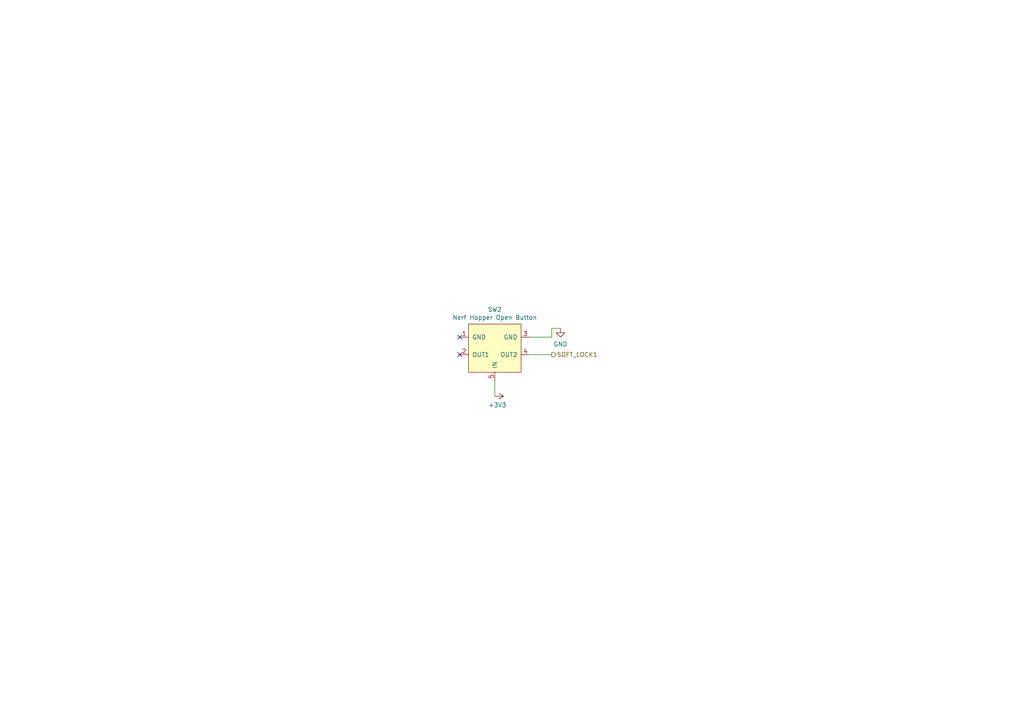
<source format=kicad_sch>
(kicad_sch (version 20211123) (generator eeschema)
  (paper "A4")
  (title_block (title "Nemesis") (date "2021-12-08") (rev "v2.0") (company "https://github.com/jeff-winn/nemesis-mod") (comment 1 "For more information please visit the project website:"))
  (lib_symbols
    (symbol "Nemesis-Mod:Nerf_Hopper_Lock" (pin_names (offset 1.016))
      (property "Reference" "U" (at 0 7.62 0))
      (property "Value" "Nerf_Hopper_Lock" (at 0 10.16 0))
      (symbol "Nerf_Hopper_Lock_0_1"
        (rectangle (start -7.62 6.35) (end 7.62 -7.62) (fill (type background)))
      )
      (symbol "Nerf_Hopper_Lock_1_1"
        (pin power_in line (at -10.16 2.54 0) (length 2.54) (name "GND") (number "1"))
        (pin output line (at -10.16 -2.54 0) (length 2.54) (name "OUT1") (number "2"))
        (pin power_in line (at 10.16 2.54 180) (length 2.54) (name "GND") (number "3"))
        (pin output line (at 10.16 -2.54 180) (length 2.54) (name "OUT2") (number "4"))
        (pin power_in line (at 0 -10.16 90) (length 2.54) (name "IN") (number "5"))
      )
    )
    (symbol "power:+3.3V" (power) (pin_names (offset 0))
      (property "Value" "+3.3V" (at 0 3.556 0))
      (symbol "+3.3V_0_1"
        (polyline (pts (xy -0.762 1.27) (xy 0 2.54)))
        (polyline (pts (xy 0 0) (xy 0 2.54)))
        (polyline (pts (xy 0 2.54) (xy 0.762 1.27)))
      )
      (symbol "+3.3V_1_1"
        (pin power_in line (at 0 0 90) (length 0) hide (name "+3V3") (number "1"))
      )
    )
    (symbol "power:GND" (power) (pin_names (offset 0))
      (property "Value" "GND" (at 0 -3.81 0))
      (symbol "GND_0_1"
        (polyline (pts (xy 0 0) (xy 0 -1.27) (xy 1.27 -1.27) (xy 0 -2.54) (xy -1.27 -1.27) (xy 0 -1.27)))
      )
      (symbol "GND_1_1"
        (pin power_in line (at 0 0 270) (length 0) hide (name "GND") (number "1"))
      )
    )
  )
  (no_connect (at 133.35 102.87))
  (no_connect (at 133.35 97.79))
  (wire (pts (xy 153.67 97.79) (xy 160.02 97.79)))
  (wire (pts (xy 143.51 110.49) (xy 143.51 114.935)))
  (wire (pts (xy 160.02 97.79) (xy 160.02 95.25)))
  (wire (pts (xy 160.02 95.25) (xy 162.56 95.25)))
  (wire (pts (xy 153.67 102.87) (xy 160.02 102.87)))
  (hierarchical_label "SOFT_LOCK1" (shape output) (at 160.02 102.87 0))
  (symbol (lib_id "power:+3.3V") (at 143.51 114.935 270) (unit 1)
    (property "Reference" "#PWR0117" (effects hide))
    (property "Value" "+3.3V" (at 141.605 117.475 90) (effects (justify left)))
  )
  (symbol (lib_id "Nemesis-Mod:Nerf_Hopper_Lock") (at 143.51 100.33 0) (unit 1)
    (property "Reference" "SW2" (at 143.51 89.789 0))
    (property "Value" "Nerf Hopper Open Button" (at 143.51 92.1004 0))
  )
  (symbol (lib_id "power:GND") (at 162.56 95.25 0) (unit 1)
    (property "Reference" "#PWR0115" (effects hide))
    (property "Value" "GND" (at 162.56 99.8125 0))
  )
)
</source>
